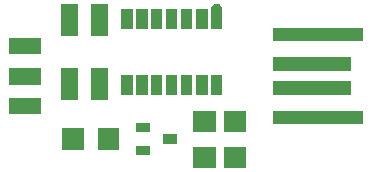
<source format=gbr>
%MOIN*%
%LPD*%
%FSLAX66Y66*%
G01*
G36*
X0227152Y0292349D02*
X0227152Y0348416D01*
X0333223Y0348416D01*
X0333223Y0292349D01*
X0227152Y0292349D01*
X0227152Y0292349D01*
G37*
G36*
X0227152Y0391467D02*
X0227152Y0448536D01*
X0333223Y0448536D01*
X0333223Y0391467D01*
X0227152Y0391467D01*
X0227152Y0391467D01*
G37*
G36*
X0227152Y0492588D02*
X0227152Y0548655D01*
X0333223Y0548655D01*
X0333223Y0492588D01*
X0227152Y0492588D01*
X0227152Y0492588D01*
G37*
G36*
X0401268Y0553661D02*
X0401268Y0660789D01*
X0458307Y0660789D01*
X0458307Y0553661D01*
X0401268Y0553661D01*
X0401268Y0553661D01*
G37*
G36*
X0502336Y0553661D02*
X0502336Y0660789D01*
X0558374Y0660789D01*
X0558374Y0553661D01*
X0502336Y0553661D01*
X0502336Y0553661D01*
G37*
G36*
X0602403Y0576689D02*
X0602403Y0643769D01*
X0639428Y0643769D01*
X0639428Y0576689D01*
X0602403Y0576689D01*
X0602403Y0576689D01*
G37*
G36*
X0651436Y0576689D02*
X0651436Y0643769D01*
X0689461Y0643769D01*
X0689461Y0576689D01*
X0651436Y0576689D01*
X0651436Y0576689D01*
G37*
G36*
X0701469Y0576689D02*
X0701469Y0643769D01*
X0738494Y0643769D01*
X0738494Y0576689D01*
X0701469Y0576689D01*
X0701469Y0576689D01*
G37*
G36*
X0752504Y0576689D02*
X0752504Y0643769D01*
X0788528Y0643769D01*
X0788528Y0576689D01*
X0752504Y0576689D01*
X0752504Y0576689D01*
G37*
G36*
X0801536Y0576689D02*
X0801536Y0643769D01*
X0838561Y0643769D01*
X0838561Y0576689D01*
X0801536Y0576689D01*
X0801536Y0576689D01*
G37*
G36*
X0852570Y0576689D02*
X0852570Y0643769D01*
X0889595Y0643769D01*
X0889595Y0576689D01*
X0852570Y0576689D01*
X0852570Y0576689D01*
G37*
G36*
X0901603Y0576689D02*
X0901603Y0644770D01*
X0902604Y0646772D01*
X0902604Y0649776D01*
X0904605Y0652779D01*
X0908608Y0656784D01*
X0910609Y0657785D01*
X0912611Y0658787D01*
X0929622Y0658787D01*
X0932624Y0656784D01*
X0935626Y0653781D01*
X0937627Y0650777D01*
X0938628Y0648775D01*
X0938628Y0576689D01*
X0901603Y0576689D01*
X0901603Y0576689D01*
G37*
G36*
X1107741Y0535639D02*
X1107741Y0581694D01*
X1406941Y0581694D01*
X1406941Y0535639D01*
X1107741Y0535639D01*
X1107741Y0535639D01*
G37*
G36*
X1107741Y0436521D02*
X1107741Y0483577D01*
X1366915Y0483577D01*
X1366915Y0436521D01*
X1107741Y0436521D01*
X1107741Y0436521D01*
G37*
G36*
X1107741Y0357427D02*
X1107741Y0404483D01*
X1366915Y0404483D01*
X1366915Y0357427D01*
X1107741Y0357427D01*
X1107741Y0357427D01*
G37*
G36*
X1107741Y0259310D02*
X1107741Y0305365D01*
X1406941Y0305365D01*
X1406941Y0259310D01*
X1107741Y0259310D01*
X1107741Y0259310D01*
G37*
G36*
X0943631Y0234280D02*
X0943631Y0305365D01*
X1018682Y0305365D01*
X1018682Y0234280D01*
X0943631Y0234280D01*
X0943631Y0234280D01*
G37*
G36*
X0842564Y0234280D02*
X0842564Y0305365D01*
X0917614Y0305365D01*
X0917614Y0234280D01*
X0842564Y0234280D01*
X0842564Y0234280D01*
G37*
G36*
X0742497Y0194232D02*
X0742497Y0226270D01*
X0788528Y0226270D01*
X0788528Y0194232D01*
X0742497Y0194232D01*
X0742497Y0194232D01*
G37*
G36*
X0651436Y0157188D02*
X0651436Y0188225D01*
X0698467Y0188225D01*
X0698467Y0157188D01*
X0651436Y0157188D01*
X0651436Y0157188D01*
G37*
G36*
X0651436Y0232277D02*
X0651436Y0263314D01*
X0698467Y0263314D01*
X0698467Y0232277D01*
X0651436Y0232277D01*
X0651436Y0232277D01*
G37*
G36*
X0651436Y0357427D02*
X0651436Y0423506D01*
X0689461Y0423506D01*
X0689461Y0357427D01*
X0651436Y0357427D01*
X0651436Y0357427D01*
G37*
G36*
X0602403Y0357427D02*
X0602403Y0423506D01*
X0639428Y0423506D01*
X0639428Y0357427D01*
X0602403Y0357427D01*
X0602403Y0357427D01*
G37*
G36*
X0701469Y0357427D02*
X0701469Y0423506D01*
X0738494Y0423506D01*
X0738494Y0357427D01*
X0701469Y0357427D01*
X0701469Y0357427D01*
G37*
G36*
X0752504Y0357427D02*
X0752504Y0423506D01*
X0788528Y0423506D01*
X0788528Y0357427D01*
X0752504Y0357427D01*
X0752504Y0357427D01*
G37*
G36*
X0801536Y0357427D02*
X0801536Y0423506D01*
X0838561Y0423506D01*
X0838561Y0357427D01*
X0801536Y0357427D01*
X0801536Y0357427D01*
G37*
G36*
X0852570Y0357427D02*
X0852570Y0423506D01*
X0889595Y0423506D01*
X0889595Y0357427D01*
X0852570Y0357427D01*
X0852570Y0357427D01*
G37*
G36*
X0901603Y0357427D02*
X0901603Y0423506D01*
X0938628Y0423506D01*
X0938628Y0357427D01*
X0901603Y0357427D01*
X0901603Y0357427D01*
G37*
G36*
X0943631Y0114136D02*
X0943631Y0185221D01*
X1018682Y0185221D01*
X1018682Y0114136D01*
X0943631Y0114136D01*
X0943631Y0114136D01*
G37*
G36*
X0842564Y0114136D02*
X0842564Y0185221D01*
X0917614Y0185221D01*
X0917614Y0114136D01*
X0842564Y0114136D01*
X0842564Y0114136D01*
G37*
G36*
X0525352Y0173207D02*
X0525352Y0248296D01*
X0595398Y0248296D01*
X0595398Y0173207D01*
X0525352Y0173207D01*
X0525352Y0173207D01*
G37*
G36*
X0405271Y0173207D02*
X0405271Y0248296D01*
X0476319Y0248296D01*
X0476319Y0173207D01*
X0405271Y0173207D01*
X0405271Y0173207D01*
G37*
G36*
X0401268Y0339405D02*
X0401268Y0446533D01*
X0458307Y0446533D01*
X0458307Y0339405D01*
X0401268Y0339405D01*
X0401268Y0339405D01*
G37*
G36*
X0502336Y0339405D02*
X0502336Y0446533D01*
X0558374Y0446533D01*
X0558374Y0339405D01*
X0502336Y0339405D01*
X0502336Y0339405D01*
G37*
M02*

</source>
